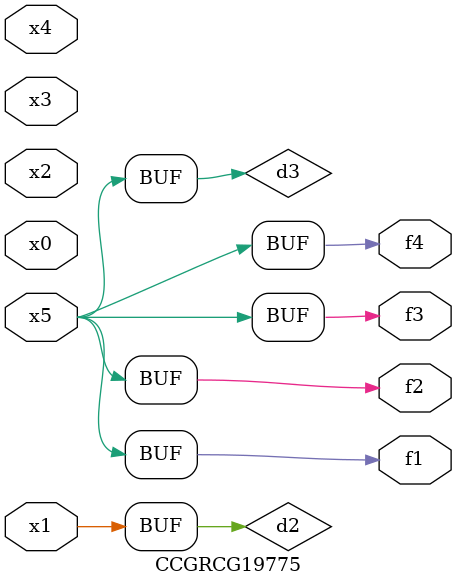
<source format=v>
module CCGRCG19775(
	input x0, x1, x2, x3, x4, x5,
	output f1, f2, f3, f4
);

	wire d1, d2, d3;

	not (d1, x5);
	or (d2, x1);
	xnor (d3, d1);
	assign f1 = d3;
	assign f2 = d3;
	assign f3 = d3;
	assign f4 = d3;
endmodule

</source>
